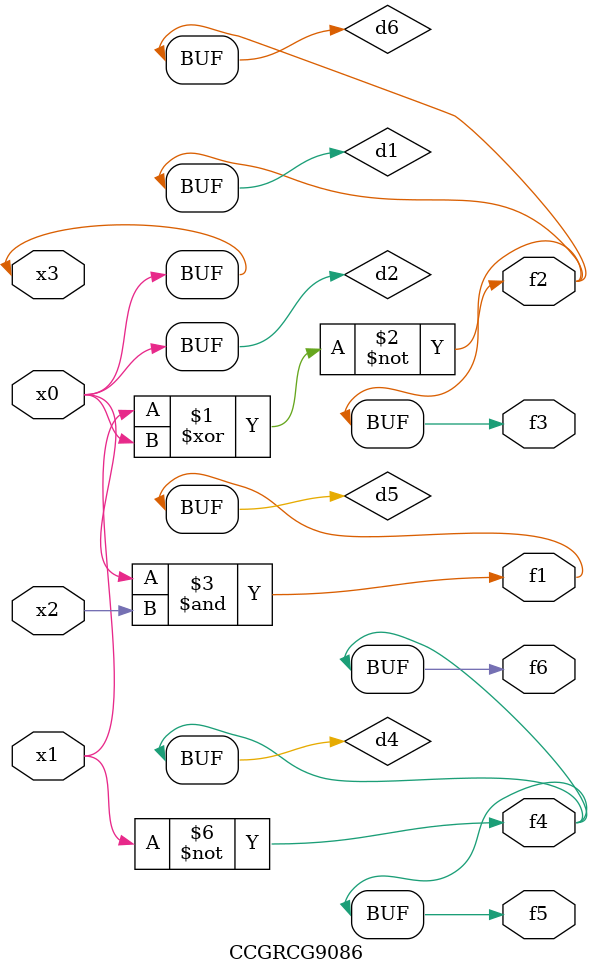
<source format=v>
module CCGRCG9086(
	input x0, x1, x2, x3,
	output f1, f2, f3, f4, f5, f6
);

	wire d1, d2, d3, d4, d5, d6;

	xnor (d1, x1, x3);
	buf (d2, x0, x3);
	nand (d3, x0, x2);
	not (d4, x1);
	nand (d5, d3);
	or (d6, d1);
	assign f1 = d5;
	assign f2 = d6;
	assign f3 = d6;
	assign f4 = d4;
	assign f5 = d4;
	assign f6 = d4;
endmodule

</source>
